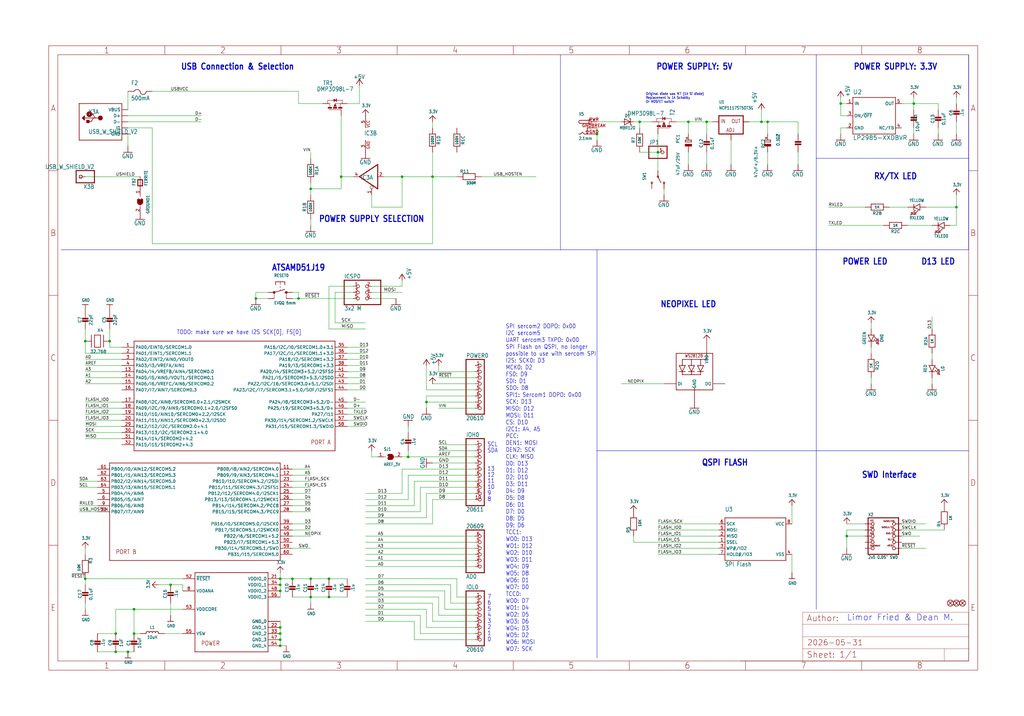
<source format=kicad_sch>
(kicad_sch (version 20230121) (generator eeschema)
  (paper "User" 426.949 298.602)
  (junction (at 116.84 241.3))
  (junction (at 116.84 266.7))
  (junction (at 294.64 50.8))
  (junction (at 137.16 248.92))
  (junction (at 116.84 246.38))
  (junction (at 116.84 261.62))
  (junction (at 53.34 271.78))
  (junction (at 167.64 73.66))
  (junction (at 35.56 142.24))
  (junction (at 55.88 264.16))
  (junction (at 48.26 271.78))
  (junction (at 129.54 241.3))
  (junction (at 35.56 241.3))
  (junction (at 121.92 241.3))
  (junction (at 180.34 73.66))
  (junction (at 116.84 269.24))
  (junction (at 170.18 190.5))
  (junction (at 124.46 124.46))
  (junction (at 142.24 73.66))
  (junction (at 106.68 124.46))
  (junction (at 71.12 243.84))
  (junction (at 398.78 86.36))
  (junction (at 353.06 223.52))
  (junction (at 129.54 78.74))
  (junction (at 129.54 248.92))
  (junction (at 45.72 142.24))
  (junction (at 317.5 50.8))
  (junction (at 248.92 55.88))
  (junction (at 287.02 50.8))
  (junction (at 350.52 43.18))
  (junction (at 320.04 50.8))
  (junction (at 116.84 264.16))
  (junction (at 48.26 264.16))
  (junction (at 55.88 254))
  (junction (at 274.32 63.5))
  (junction (at 177.8 167.64))
  (junction (at 266.7 50.8))
  (junction (at 137.16 241.3))
  (junction (at 381 43.18))
  (junction (at 116.84 243.84))
  (wire (pts (xy 129.54 241.3) (xy 137.16 241.3)) (stroke (width 0.1524)))
  (wire (pts (xy 172.72 200.66) (xy 172.72 210.82)) (stroke (width 0.1524)))
  (wire (pts (xy 144.78 162.56) (xy 152.4 162.56)) (stroke (width 0.1524)))
  (wire (pts (xy 71.12 243.84) (xy 76.2 243.84)) (stroke (width 0.1524)))
  (wire (pts (xy 170.18 190.5) (xy 167.64 190.5)) (stroke (width 0.1524)))
  (wire (pts (xy 152.4 256.54) (xy 175.26 256.54)) (stroke (width 0.1524)))
  (polyline (pts (xy 403.86 187.96) (xy 340.36 187.96)) (stroke (width 0.1524) (type solid)))
  (wire (pts (xy 121.92 200.66) (xy 129.54 200.66)) (stroke (width 0.1524)))
  (wire (pts (xy 330.2 210.82) (xy 330.2 218.44)) (stroke (width 0.1524)))
  (wire (pts (xy 264.16 50.8) (xy 266.7 50.8)) (stroke (width 0.1524)))
  (wire (pts (xy 50.8 144.78) (xy 45.72 144.78)) (stroke (width 0.1524)))
  (wire (pts (xy 345.44 93.98) (xy 368.3 93.98)) (stroke (width 0.1524)))
  (wire (pts (xy 294.64 50.8) (xy 287.02 50.8)) (stroke (width 0.1524)))
  (wire (pts (xy 274.32 220.98) (xy 299.72 220.98)) (stroke (width 0.1524)))
  (wire (pts (xy 129.54 78.74) (xy 142.24 78.74)) (stroke (width 0.1524)))
  (wire (pts (xy 50.8 152.4) (xy 35.56 152.4)) (stroke (width 0.1524)))
  (polyline (pts (xy 340.36 22.86) (xy 340.36 66.04)) (stroke (width 0.1524) (type solid)))
  (wire (pts (xy 50.8 180.34) (xy 35.56 180.34)) (stroke (width 0.1524)))
  (wire (pts (xy 350.52 53.34) (xy 350.52 55.88)) (stroke (width 0.1524)))
  (wire (pts (xy 139.7 121.92) (xy 139.7 134.62)) (stroke (width 0.1524)))
  (wire (pts (xy 386.08 86.36) (xy 398.78 86.36)) (stroke (width 0.1524)))
  (wire (pts (xy 50.8 157.48) (xy 35.56 157.48)) (stroke (width 0.1524)))
  (wire (pts (xy 144.78 175.26) (xy 152.4 175.26)) (stroke (width 0.1524)))
  (wire (pts (xy 388.62 132.08) (xy 388.62 137.16)) (stroke (width 0.1524)))
  (wire (pts (xy 180.34 63.5) (xy 180.34 73.66)) (stroke (width 0.1524)))
  (wire (pts (xy 144.78 167.64) (xy 152.4 167.64)) (stroke (width 0.1524)))
  (wire (pts (xy 299.72 231.14) (xy 274.32 231.14)) (stroke (width 0.1524)))
  (wire (pts (xy 124.46 121.92) (xy 124.46 124.46)) (stroke (width 0.1524)))
  (wire (pts (xy 177.8 205.74) (xy 177.8 215.9)) (stroke (width 0.1524)))
  (polyline (pts (xy 340.36 104.14) (xy 403.86 104.14)) (stroke (width 0.1524) (type solid)))
  (wire (pts (xy 142.24 78.74) (xy 142.24 73.66)) (stroke (width 0.1524)))
  (wire (pts (xy 40.64 213.36) (xy 33.02 213.36)) (stroke (width 0.1524)))
  (wire (pts (xy 198.12 256.54) (xy 182.88 256.54)) (stroke (width 0.1524)))
  (wire (pts (xy 144.78 147.32) (xy 152.4 147.32)) (stroke (width 0.1524)))
  (wire (pts (xy 147.32 124.46) (xy 124.46 124.46)) (stroke (width 0.1524)))
  (wire (pts (xy 48.26 254) (xy 48.26 264.16)) (stroke (width 0.1524)))
  (wire (pts (xy 375.92 218.44) (xy 386.08 218.44)) (stroke (width 0.1524)))
  (wire (pts (xy 144.78 149.86) (xy 152.4 149.86)) (stroke (width 0.1524)))
  (wire (pts (xy 360.68 223.52) (xy 353.06 223.52)) (stroke (width 0.1524)))
  (wire (pts (xy 167.64 86.36) (xy 167.64 73.66)) (stroke (width 0.1524)))
  (wire (pts (xy 175.26 213.36) (xy 175.26 203.2)) (stroke (width 0.1524)))
  (wire (pts (xy 40.64 200.66) (xy 33.02 200.66)) (stroke (width 0.1524)))
  (wire (pts (xy 152.4 205.74) (xy 167.64 205.74)) (stroke (width 0.1524)))
  (wire (pts (xy 76.2 264.16) (xy 68.58 264.16)) (stroke (width 0.1524)))
  (wire (pts (xy 276.86 160.02) (xy 259.08 160.02)) (stroke (width 0.1524)))
  (wire (pts (xy 180.34 208.28) (xy 198.12 208.28)) (stroke (width 0.1524)))
  (wire (pts (xy 121.92 241.3) (xy 129.54 241.3)) (stroke (width 0.1524)))
  (wire (pts (xy 198.12 190.5) (xy 170.18 190.5)) (stroke (width 0.1524)))
  (wire (pts (xy 35.56 243.84) (xy 35.56 241.3)) (stroke (width 0.1524)))
  (wire (pts (xy 121.92 121.92) (xy 124.46 121.92)) (stroke (width 0.1524)))
  (polyline (pts (xy 403.86 22.86) (xy 403.86 66.04)) (stroke (width 0.1524) (type solid)))
  (wire (pts (xy 350.52 40.64) (xy 350.52 43.18)) (stroke (width 0.1524)))
  (wire (pts (xy 116.84 243.84) (xy 116.84 241.3)) (stroke (width 0.1524)))
  (wire (pts (xy 129.54 251.46) (xy 129.54 248.92)) (stroke (width 0.1524)))
  (wire (pts (xy 264.16 223.52) (xy 264.16 226.06)) (stroke (width 0.1524)))
  (wire (pts (xy 170.18 198.12) (xy 198.12 198.12)) (stroke (width 0.1524)))
  (wire (pts (xy 299.72 218.44) (xy 274.32 218.44)) (stroke (width 0.1524)))
  (wire (pts (xy 48.26 271.78) (xy 40.64 271.78)) (stroke (width 0.1524)))
  (wire (pts (xy 154.94 190.5) (xy 154.94 187.96)) (stroke (width 0.1524)))
  (wire (pts (xy 48.26 271.78) (xy 53.34 271.78)) (stroke (width 0.1524)))
  (wire (pts (xy 198.12 251.46) (xy 187.96 251.46)) (stroke (width 0.1524)))
  (wire (pts (xy 180.34 251.46) (xy 180.34 259.08)) (stroke (width 0.1524)))
  (wire (pts (xy 266.7 53.34) (xy 266.7 50.8)) (stroke (width 0.1524)))
  (wire (pts (xy 185.42 246.38) (xy 185.42 254)) (stroke (width 0.1524)))
  (wire (pts (xy 182.88 154.94) (xy 198.12 154.94)) (stroke (width 0.1524)))
  (wire (pts (xy 198.12 185.42) (xy 182.88 185.42)) (stroke (width 0.1524)))
  (wire (pts (xy 170.18 180.34) (xy 170.18 177.8)) (stroke (width 0.1524)))
  (wire (pts (xy 121.92 220.98) (xy 129.54 220.98)) (stroke (width 0.1524)))
  (wire (pts (xy 320.04 50.8) (xy 320.04 55.88)) (stroke (width 0.1524)))
  (wire (pts (xy 58.42 264.16) (xy 55.88 264.16)) (stroke (width 0.1524)))
  (wire (pts (xy 180.34 53.34) (xy 180.34 50.8)) (stroke (width 0.1524)))
  (wire (pts (xy 144.78 160.02) (xy 152.4 160.02)) (stroke (width 0.1524)))
  (wire (pts (xy 198.12 200.66) (xy 172.72 200.66)) (stroke (width 0.1524)))
  (wire (pts (xy 106.68 121.92) (xy 106.68 124.46)) (stroke (width 0.1524)))
  (wire (pts (xy 129.54 66.04) (xy 129.54 63.5)) (stroke (width 0.1524)))
  (wire (pts (xy 121.92 228.6) (xy 129.54 228.6)) (stroke (width 0.1524)))
  (wire (pts (xy 35.56 73.66) (xy 58.42 73.66)) (stroke (width 0.1524)))
  (wire (pts (xy 144.78 144.78) (xy 152.4 144.78)) (stroke (width 0.1524)))
  (wire (pts (xy 182.88 170.18) (xy 198.12 170.18)) (stroke (width 0.1524)))
  (wire (pts (xy 121.92 198.12) (xy 129.54 198.12)) (stroke (width 0.1524)))
  (wire (pts (xy 121.92 218.44) (xy 129.54 218.44)) (stroke (width 0.1524)))
  (wire (pts (xy 198.12 261.62) (xy 177.8 261.62)) (stroke (width 0.1524)))
  (wire (pts (xy 144.78 154.94) (xy 152.4 154.94)) (stroke (width 0.1524)))
  (polyline (pts (xy 340.36 187.96) (xy 340.36 254)) (stroke (width 0.1524) (type solid)))
  (wire (pts (xy 223.52 73.66) (xy 200.66 73.66)) (stroke (width 0.1524)))
  (wire (pts (xy 177.8 215.9) (xy 152.4 215.9)) (stroke (width 0.1524)))
  (wire (pts (xy 147.32 121.92) (xy 139.7 121.92)) (stroke (width 0.1524)))
  (wire (pts (xy 360.68 218.44) (xy 353.06 218.44)) (stroke (width 0.1524)))
  (wire (pts (xy 182.88 256.54) (xy 182.88 248.92)) (stroke (width 0.1524)))
  (wire (pts (xy 182.88 248.92) (xy 152.4 248.92)) (stroke (width 0.1524)))
  (wire (pts (xy 177.8 167.64) (xy 177.8 170.18)) (stroke (width 0.1524)))
  (wire (pts (xy 317.5 45.72) (xy 317.5 50.8)) (stroke (width 0.1524)))
  (polyline (pts (xy 340.36 66.04) (xy 340.36 104.14)) (stroke (width 0.1524) (type solid)))
  (wire (pts (xy 53.34 50.8) (xy 83.82 50.8)) (stroke (width 0.1524)))
  (wire (pts (xy 50.8 160.02) (xy 35.56 160.02)) (stroke (width 0.1524)))
  (wire (pts (xy 116.84 261.62) (xy 116.84 264.16)) (stroke (width 0.1524)))
  (wire (pts (xy 353.06 223.52) (xy 353.06 228.6)) (stroke (width 0.1524)))
  (wire (pts (xy 198.12 160.02) (xy 180.34 160.02)) (stroke (width 0.1524)))
  (wire (pts (xy 76.2 243.84) (xy 76.2 246.38)) (stroke (width 0.1524)))
  (wire (pts (xy 147.32 119.38) (xy 137.16 119.38)) (stroke (width 0.1524)))
  (wire (pts (xy 177.8 152.4) (xy 177.8 162.56)) (stroke (width 0.1524)))
  (wire (pts (xy 198.12 205.74) (xy 177.8 205.74)) (stroke (width 0.1524)))
  (wire (pts (xy 167.64 195.58) (xy 198.12 195.58)) (stroke (width 0.1524)))
  (wire (pts (xy 375.92 223.52) (xy 383.54 223.52)) (stroke (width 0.1524)))
  (wire (pts (xy 381 43.18) (xy 391.16 43.18)) (stroke (width 0.1524)))
  (wire (pts (xy 393.7 220.98) (xy 375.92 220.98)) (stroke (width 0.1524)))
  (wire (pts (xy 63.5 53.34) (xy 63.5 101.6)) (stroke (width 0.1524)))
  (wire (pts (xy 248.92 50.8) (xy 259.08 50.8)) (stroke (width 0.1524)))
  (wire (pts (xy 198.12 236.22) (xy 152.4 236.22)) (stroke (width 0.1524)))
  (wire (pts (xy 129.54 78.74) (xy 129.54 76.2)) (stroke (width 0.1524)))
  (wire (pts (xy 144.78 157.48) (xy 152.4 157.48)) (stroke (width 0.1524)))
  (wire (pts (xy 45.72 137.16) (xy 45.72 142.24)) (stroke (width 0.1524)))
  (wire (pts (xy 391.16 43.18) (xy 391.16 45.72)) (stroke (width 0.1524)))
  (wire (pts (xy 76.2 241.3) (xy 35.56 241.3)) (stroke (width 0.1524)))
  (wire (pts (xy 116.84 248.92) (xy 116.84 246.38)) (stroke (width 0.1524)))
  (wire (pts (xy 294.64 63.5) (xy 294.64 68.58)) (stroke (width 0.1524)))
  (wire (pts (xy 264.16 226.06) (xy 299.72 226.06)) (stroke (width 0.1524)))
  (wire (pts (xy 353.06 48.26) (xy 350.52 48.26)) (stroke (width 0.1524)))
  (wire (pts (xy 144.78 152.4) (xy 152.4 152.4)) (stroke (width 0.1524)))
  (wire (pts (xy 147.32 73.66) (xy 142.24 73.66)) (stroke (width 0.1524)))
  (wire (pts (xy 116.84 241.3) (xy 121.92 241.3)) (stroke (width 0.1524)))
  (wire (pts (xy 35.56 254) (xy 35.56 251.46)) (stroke (width 0.1524)))
  (wire (pts (xy 332.74 50.8) (xy 332.74 55.88)) (stroke (width 0.1524)))
  (wire (pts (xy 381 40.64) (xy 381 43.18)) (stroke (width 0.1524)))
  (wire (pts (xy 160.02 73.66) (xy 167.64 73.66)) (stroke (width 0.1524)))
  (polyline (pts (xy 248.92 187.96) (xy 248.92 104.14)) (stroke (width 0.1524) (type solid)))
  (wire (pts (xy 152.4 241.3) (xy 190.5 241.3)) (stroke (width 0.1524)))
  (wire (pts (xy 152.4 246.38) (xy 185.42 246.38)) (stroke (width 0.1524)))
  (wire (pts (xy 177.8 261.62) (xy 177.8 254)) (stroke (width 0.1524)))
  (wire (pts (xy 144.78 43.18) (xy 149.86 43.18)) (stroke (width 0.1524)))
  (wire (pts (xy 350.52 48.26) (xy 350.52 43.18)) (stroke (width 0.1524)))
  (wire (pts (xy 124.46 43.18) (xy 134.62 43.18)) (stroke (width 0.1524)))
  (wire (pts (xy 175.26 264.16) (xy 198.12 264.16)) (stroke (width 0.1524)))
  (wire (pts (xy 129.54 81.28) (xy 129.54 78.74)) (stroke (width 0.1524)))
  (wire (pts (xy 119.38 269.24) (xy 116.84 269.24)) (stroke (width 0.1524)))
  (wire (pts (xy 198.12 226.06) (xy 152.4 226.06)) (stroke (width 0.1524)))
  (wire (pts (xy 50.8 149.86) (xy 35.56 149.86)) (stroke (width 0.1524)))
  (wire (pts (xy 363.22 134.62) (xy 363.22 137.16)) (stroke (width 0.1524)))
  (wire (pts (xy 50.8 172.72) (xy 35.56 172.72)) (stroke (width 0.1524)))
  (wire (pts (xy 398.78 43.18) (xy 398.78 40.64)) (stroke (width 0.1524)))
  (wire (pts (xy 154.94 81.28) (xy 154.94 86.36)) (stroke (width 0.1524)))
  (wire (pts (xy 172.72 259.08) (xy 152.4 259.08)) (stroke (width 0.1524)))
  (wire (pts (xy 144.78 177.8) (xy 152.4 177.8)) (stroke (width 0.1524)))
  (wire (pts (xy 71.12 251.46) (xy 71.12 256.54)) (stroke (width 0.1524)))
  (wire (pts (xy 137.16 119.38) (xy 137.16 137.16)) (stroke (width 0.1524)))
  (wire (pts (xy 190.5 248.92) (xy 198.12 248.92)) (stroke (width 0.1524)))
  (wire (pts (xy 152.4 213.36) (xy 175.26 213.36)) (stroke (width 0.1524)))
  (wire (pts (xy 139.7 134.62) (xy 152.4 134.62)) (stroke (width 0.1524)))
  (polyline (pts (xy 340.36 104.14) (xy 340.36 187.96)) (stroke (width 0.1524) (type solid)))
  (wire (pts (xy 180.34 101.6) (xy 180.34 73.66)) (stroke (width 0.1524)))
  (wire (pts (xy 304.8 68.58) (xy 304.8 58.42)) (stroke (width 0.1524)))
  (wire (pts (xy 154.94 86.36) (xy 167.64 86.36)) (stroke (width 0.1524)))
  (wire (pts (xy 172.72 210.82) (xy 152.4 210.82)) (stroke (width 0.1524)))
  (wire (pts (xy 388.62 147.32) (xy 388.62 149.86)) (stroke (width 0.1524)))
  (wire (pts (xy 154.94 121.92) (xy 167.64 121.92)) (stroke (width 0.1524)))
  (wire (pts (xy 121.92 124.46) (xy 124.46 124.46)) (stroke (width 0.1524)))
  (wire (pts (xy 353.06 220.98) (xy 353.06 223.52)) (stroke (width 0.1524)))
  (wire (pts (xy 248.92 55.88) (xy 248.92 58.42)) (stroke (width 0.1524)))
  (wire (pts (xy 55.88 254) (xy 48.26 254)) (stroke (width 0.1524)))
  (wire (pts (xy 360.68 86.36) (xy 345.44 86.36)) (stroke (width 0.1524)))
  (wire (pts (xy 152.4 223.52) (xy 198.12 223.52)) (stroke (width 0.1524)))
  (wire (pts (xy 182.88 152.4) (xy 182.88 154.94)) (stroke (width 0.1524)))
  (wire (pts (xy 170.18 187.96) (xy 170.18 190.5)) (stroke (width 0.1524)))
  (wire (pts (xy 50.8 147.32) (xy 35.56 147.32)) (stroke (width 0.1524)))
  (wire (pts (xy 177.8 165.1) (xy 177.8 167.64)) (stroke (width 0.1524)))
  (wire (pts (xy 198.12 167.64) (xy 177.8 167.64)) (stroke (width 0.1524)))
  (wire (pts (xy 312.42 50.8) (xy 317.5 50.8)) (stroke (width 0.1524)))
  (wire (pts (xy 175.26 203.2) (xy 198.12 203.2)) (stroke (width 0.1524)))
  (wire (pts (xy 175.26 256.54) (xy 175.26 264.16)) (stroke (width 0.1524)))
  (wire (pts (xy 165.1 124.46) (xy 154.94 124.46)) (stroke (width 0.1524)))
  (wire (pts (xy 116.84 238.76) (xy 116.84 241.3)) (stroke (width 0.1524)))
  (wire (pts (xy 187.96 243.84) (xy 152.4 243.84)) (stroke (width 0.1524)))
  (wire (pts (xy 317.5 50.8) (xy 320.04 50.8)) (stroke (width 0.1524)))
  (wire (pts (xy 370.84 86.36) (xy 378.46 86.36)) (stroke (width 0.1524)))
  (wire (pts (xy 144.78 241.3) (xy 137.16 241.3)) (stroke (width 0.1524)))
  (wire (pts (xy 111.76 124.46) (xy 106.68 124.46)) (stroke (width 0.1524)))
  (wire (pts (xy 198.12 266.7) (xy 172.72 266.7)) (stroke (width 0.1524)))
  (wire (pts (xy 121.92 195.58) (xy 129.54 195.58)) (stroke (width 0.1524)))
  (wire (pts (xy 50.8 170.18) (xy 35.56 170.18)) (stroke (width 0.1524)))
  (wire (pts (xy 121.92 205.74) (xy 129.54 205.74)) (stroke (width 0.1524)))
  (wire (pts (xy 50.8 182.88) (xy 35.56 182.88)) (stroke (width 0.1524)))
  (wire (pts (xy 363.22 147.32) (xy 363.22 144.78)) (stroke (width 0.1524)))
  (wire (pts (xy 167.64 116.84) (xy 167.64 119.38)) (stroke (width 0.1524)))
  (wire (pts (xy 198.12 162.56) (xy 177.8 162.56)) (stroke (width 0.1524)))
  (wire (pts (xy 167.64 73.66) (xy 180.34 73.66)) (stroke (width 0.1524)))
  (wire (pts (xy 274.32 63.5) (xy 274.32 55.88)) (stroke (width 0.1524)))
  (wire (pts (xy 350.52 43.18) (xy 353.06 43.18)) (stroke (width 0.1524)))
  (wire (pts (xy 187.96 251.46) (xy 187.96 243.84)) (stroke (width 0.1524)))
  (wire (pts (xy 177.8 254) (xy 152.4 254)) (stroke (width 0.1524)))
  (polyline (pts (xy 25.4 104.14) (xy 233.68 104.14)) (stroke (width 0.1524) (type solid)))
  (wire (pts (xy 63.5 38.1) (xy 124.46 38.1)) (stroke (width 0.1524)))
  (wire (pts (xy 55.88 254) (xy 55.88 264.16)) (stroke (width 0.1524)))
  (polyline (pts (xy 340.36 187.96) (xy 248.92 187.96)) (stroke (width 0.1524) (type solid)))
  (wire (pts (xy 53.34 48.26) (xy 83.82 48.26)) (stroke (width 0.1524)))
  (wire (pts (xy 121.92 203.2) (xy 129.54 203.2)) (stroke (width 0.1524)))
  (wire (pts (xy 198.12 193.04) (xy 180.34 193.04)) (stroke (width 0.1524)))
  (wire (pts (xy 142.24 48.26) (xy 142.24 73.66)) (stroke (width 0.1524)))
  (wire (pts (xy 396.24 93.98) (xy 398.78 93.98)) (stroke (width 0.1524)))
  (wire (pts (xy 111.76 121.92) (xy 106.68 121.92)) (stroke (width 0.1524)))
  (wire (pts (xy 66.04 243.84) (xy 71.12 243.84)) (stroke (width 0.1524)))
  (wire (pts (xy 198.12 165.1) (xy 177.8 165.1)) (stroke (width 0.1524)))
  (wire (pts (xy 50.8 167.64) (xy 35.56 167.64)) (stroke (width 0.1524)))
  (wire (pts (xy 50.8 175.26) (xy 35.56 175.26)) (stroke (width 0.1524)))
  (polyline (pts (xy 248.92 104.14) (xy 233.68 104.14)) (stroke (width 0.1524) (type solid)))
  (wire (pts (xy 287.02 55.88) (xy 287.02 50.8)) (stroke (width 0.1524)))
  (wire (pts (xy 198.12 231.14) (xy 152.4 231.14)) (stroke (width 0.1524)))
  (wire (pts (xy 274.32 63.5) (xy 274.32 71.12)) (stroke (width 0.1524)))
  (wire (pts (xy 170.18 208.28) (xy 152.4 208.28)) (stroke (width 0.1524)))
  (wire (pts (xy 320.04 50.8) (xy 332.74 50.8)) (stroke (width 0.1524)))
  (wire (pts (xy 50.8 177.8) (xy 35.56 177.8)) (stroke (width 0.1524)))
  (wire (pts (xy 281.94 50.8) (xy 287.02 50.8)) (stroke (width 0.1524)))
  (wire (pts (xy 299.72 228.6) (xy 274.32 228.6)) (stroke (width 0.1524)))
  (wire (pts (xy 294.64 50.8) (xy 294.64 55.88)) (stroke (width 0.1524)))
  (polyline (pts (xy 403.86 66.04) (xy 403.86 104.14)) (stroke (width 0.1524) (type solid)))
  (wire (pts (xy 180.34 259.08) (xy 198.12 259.08)) (stroke (width 0.1524)))
  (wire (pts (xy 375.92 43.18) (xy 381 43.18)) (stroke (width 0.1524)))
  (wire (pts (xy 45.72 144.78) (xy 45.72 142.24)) (stroke (width 0.1524)))
  (wire (pts (xy 129.54 248.92) (xy 137.16 248.92)) (stroke (width 0.1524)))
  (wire (pts (xy 198.12 187.96) (xy 182.88 187.96)) (stroke (width 0.1524)))
  (wire (pts (xy 50.8 154.94) (xy 35.56 154.94)) (stroke (width 0.1524)))
  (wire (pts (xy 137.16 248.92) (xy 144.78 248.92)) (stroke (width 0.1524)))
  (wire (pts (xy 353.06 53.34) (xy 350.52 53.34)) (stroke (width 0.1524)))
  (polyline (pts (xy 340.36 104.14) (xy 248.92 104.14)) (stroke (width 0.1524) (type solid)))
  (wire (pts (xy 116.84 246.38) (xy 116.84 243.84)) (stroke (width 0.1524)))
  (wire (pts (xy 53.34 53.34) (xy 63.5 53.34)) (stroke (width 0.1524)))
  (wire (pts (xy 375.92 228.6) (xy 386.08 228.6)) (stroke (width 0.1524)))
  (wire (pts (xy 53.34 55.88) (xy 53.34 60.96)) (stroke (width 0.1524)))
  (wire (pts (xy 116.84 264.16) (xy 116.84 266.7)) (stroke (width 0.1524)))
  (wire (pts (xy 63.5 101.6) (xy 180.34 101.6)) (stroke (width 0.1524)))
  (wire (pts (xy 121.92 213.36) (xy 129.54 213.36)) (stroke (width 0.1524)))
  (wire (pts (xy 378.46 93.98) (xy 388.62 93.98)) (stroke (width 0.1524)))
  (wire (pts (xy 40.64 203.2) (xy 33.02 203.2)) (stroke (width 0.1524)))
  (wire (pts (xy 266.7 50.8) (xy 271.78 50.8)) (stroke (width 0.1524)))
  (wire (pts (xy 190.5 241.3) (xy 190.5 248.92)) (stroke (width 0.1524)))
  (wire (pts (xy 248.92 53.34) (xy 248.92 55.88)) (stroke (width 0.1524)))
  (wire (pts (xy 76.2 254) (xy 55.88 254)) (stroke (width 0.1524)))
  (wire (pts (xy 381 53.34) (xy 381 55.88)) (stroke (width 0.1524)))
  (wire (pts (xy 360.68 220.98) (xy 353.06 220.98)) (stroke (width 0.1524)))
  (wire (pts (xy 152.4 228.6) (xy 198.12 228.6)) (stroke (width 0.1524)))
  (wire (pts (xy 398.78 86.36) (xy 398.78 81.28)) (stroke (width 0.1524)))
  (wire (pts (xy 185.42 254) (xy 198.12 254)) (stroke (width 0.1524)))
  (wire (pts (xy 363.22 157.48) (xy 363.22 160.02)) (stroke (width 0.1524)))
  (polyline (pts (xy 233.68 104.14) (xy 233.68 22.86)) (stroke (width 0.1524) (type solid)))
  (wire (pts (xy 167.64 119.38) (xy 154.94 119.38)) (stroke (width 0.1524)))
  (wire (pts (xy 330.2 238.76) (xy 330.2 231.14)) (stroke (width 0.1524)))
  (wire (pts (xy 299.72 223.52) (xy 274.32 223.52)) (stroke (width 0.1524)))
  (polyline (pts (xy 340.36 66.04) (xy 403.86 66.04)) (stroke (width 0.1524) (type solid)))
  (wire (pts (xy 121.92 208.28) (xy 129.54 208.28)) (stroke (width 0.1524)))
  (wire (pts (xy 398.78 50.8) (xy 398.78 55.88)) (stroke (width 0.1524)))
  (wire (pts (xy 180.34 73.66) (xy 190.5 73.66)) (stroke (width 0.1524)))
  (wire (pts (xy 116.84 266.7) (xy 116.84 269.24)) (stroke (width 0.1524)))
  (wire (pts (xy 35.56 228.6) (xy 35.56 231.14)) (stroke (width 0.1524)))
  (wire (pts (xy 144.78 172.72) (xy 152.4 172.72)) (stroke (width 0.1524)))
  (wire (pts (xy 53.34 38.1) (xy 53.34 45.72)) (stroke (width 0.1524)))
  (wire (pts (xy 124.46 38.1) (xy 124.46 43.18)) (stroke (width 0.1524)))
  (wire (pts (xy 381 43.18) (xy 381 45.72)) (stroke (width 0.1524)))
  (wire (pts (xy 297.18 50.8) (xy 294.64 50.8)) (stroke (width 0.1524)))
  (wire (pts (xy 121.92 223.52) (xy 129.54 223.52)) (stroke (width 0.1524)))
  (wire (pts (xy 391.16 53.34) (xy 391.16 55.88)) (stroke (width 0.1524)))
  (wire (pts (xy 116.84 259.08) (xy 116.84 261.62)) (stroke (width 0.1524)))
  (wire (pts (xy 398.78 93.98) (xy 398.78 86.36)) (stroke (width 0.1524)))
  (wire (pts (xy 182.88 157.48) (xy 198.12 157.48)) (stroke (width 0.1524)))
  (wire (pts (xy 152.4 218.44) (xy 180.34 218.44)) (stroke (width 0.1524)))
  (wire (pts (xy 274.32 63.5) (xy 266.7 63.5)) (stroke (width 0.1524)))
  (wire (pts (xy 152.4 233.68) (xy 198.12 233.68)) (stroke (width 0.1524)))
  (wire (pts (xy 170.18 208.28) (xy 170.18 198.12)) (stroke (width 0.1524)))
  (wire (pts (xy 144.78 170.18) (xy 152.4 170.18)) (stroke (width 0.1524)))
  (wire (pts (xy 149.86 43.18) (xy 149.86 35.56)) (stroke (width 0.1524)))
  (wire (pts (xy 332.74 63.5) (xy 332.74 68.58)) (stroke (width 0.1524)))
  (wire (pts (xy 276.86 78.74) (xy 276.86 81.28)) (stroke (width 0.1524)))
  (wire (pts (xy 40.64 264.16) (xy 48.26 264.16)) (stroke (width 0.1524)))
  (wire (pts (xy 35.56 147.32) (xy 35.56 142.24)) (stroke (width 0.1524)))
  (wire (pts (xy 287.02 68.58) (xy 287.02 63.5)) (stroke (width 0.1524)))
  (wire (pts (xy 167.64 205.74) (xy 167.64 195.58)) (stroke (width 0.1524)))
  (wire (pts (xy 40.64 210.82) (xy 33.02 210.82)) (stroke (width 0.1524)))
  (wire (pts (xy 172.72 266.7) (xy 172.72 259.08)) (stroke (width 0.1524)))
  (polyline (pts (xy 248.92 274.32) (xy 248.92 187.96)) (stroke (width 0.1524) (type solid)))
  (wire (pts (xy 121.92 210.82) (xy 129.54 210.82)) (stroke (width 0.1524)))
  (wire (pts (xy 55.88 271.78) (xy 53.34 271.78)) (stroke (width 0.1524)))
  (wire (pts (xy 129.54 93.98) (xy 129.54 91.44)) (stroke (width 0.1524)))
  (wire (pts (xy 121.92 248.92) (xy 129.54 248.92)) (stroke (width 0.1524)))
  (wire (pts (xy 152.4 251.46) (xy 180.34 251.46)) (stroke (width 0.1524)))
  (wire (pts (xy 388.62 160.02) (xy 388.62 157.48)) (stroke (width 0.1524)))
  (wire (pts (xy 180.34 218.44) (xy 180.34 208.28)) (stroke (width 0.1524)))
  (wire (pts (xy 137.16 137.16) (xy 152.4 137.16)) (stroke (width 0.1524)))
  (wire (pts (xy 35.56 142.24) (xy 35.56 137.16)) (stroke (width 0.1524)))
  (wire (pts (xy 157.48 190.5) (xy 154.94 190.5)) (stroke (width 0.1524)))
  (wire (pts (xy 320.04 63.5) (xy 320.04 68.58)) (stroke (width 0.1524)))
  (text "4" (at 203.2 256.54 0) (effects (font (size 1.778 1.5113)) (justify left)))
  (text "TODO: make sure we have I2S SCK[0], FS[0]" (at 73.66 139.7 0) (effects (font (size 1.778 1.5113)) (justify left bottom)))
  (text "0" (at 203.2 266.7 0) (effects (font (size 1.778 1.5113)) (justify left)))
  (text "USB Connection & Selection" (at 99.06 27.94 0) (effects (font (size 2.54 2.159) (thickness 0.4318) bold)))
  (text "Limor Fried & Dean M." (at 353.06 259.08 0) (effects (font (size 2.54 2.54)) (justify left bottom)))
  (text "SDA" (at 203.2 187.96 0) (effects (font (size 1.778 1.5113)) (justify left)))
  (text "POWER SUPPLY SELECTION" (at 154.94 91.44 0) (effects (font (size 2.54 2.159) (thickness 0.4318) bold)))
  (text "SPI sercom2 DOPO: 0x00\nI2C sercom5\nUART sercom3 TXPO: 0x00\nSPI Flash on QSPI, no longer\npossible to use with sercom SPI\nI2S: SCK0: D3\nMCK0: D2\nFS0: D9\nSDI: D1\nSDO: D8\nSPI1: Sercom1 DOPO: 0x00\nSCK: D13\nMISO: D12\nMOSI: D11\nCS: D10\nI2C1: A4, A5\nPCC:\nDEN1: MOSI\nDEN2: SCK\nCLK: MISO\nD0: D13\nD1: D12\nD2: D10\nD3: D11\nD4: D9\nD5: D8\nD6: D1\nD7: D0\nD8: D5\nD9: D6\nTCC1:\nWO0: D13\nWO1: D12\nWO2: D10\nWO3: D11\nWO4: D9\nWO5: D8\nWO6: D1\nWO7: D0\nTCC0:\nWO0: D7\nWO1: D4\nWO2: D5\nWO3: D6\nWO4: D3\nWO5: D2\nWO6: MOSI\nWO7: SCK\n" (at 210.82 271.78 0) (effects (font (size 1.778 1.5113)) (justify left bottom)))
  (text "8" (at 203.2 208.28 0) (effects (font (size 1.778 1.5113)) (justify left)))
  (text "2" (at 203.2 261.62 0) (effects (font (size 1.778 1.5113)) (justify left)))
  (text "POWER SUPPLY: 3.3V" (at 373.38 27.94 0) (effects (font (size 2.54 2.159) (thickness 0.4318) bold)))
  (text "NEOPIXEL LED" (at 287.02 127 0) (effects (font (size 2.54 2.159) (thickness 0.4318) bold)))
  (text "SWD Interface" (at 370.84 198.12 0) (effects (font (size 2.54 2.159) (thickness 0.4318) bold)))
  (text "13" (at 203.2 195.58 0) (effects (font (size 1.778 1.5113)) (justify left)))
  (text "9" (at 203.2 205.74 0) (effects (font (size 1.778 1.5113)) (justify left)))
  (text "SCL" (at 203.2 185.42 0) (effects (font (size 1.778 1.5113)) (justify left)))
  (text "6" (at 203.2 251.46 0) (effects (font (size 1.778 1.5113)) (justify left)))
  (text "D13 LED" (at 391.16 109.22 0) (effects (font (size 2.54 2.159) (thickness 0.4318) bold)))
  (text "1" (at 203.2 264.16 0) (effects (font (size 1.778 1.5113)) (justify left)))
  (text "11" (at 203.2 200.66 0) (effects (font (size 1.778 1.5113)) (justify left)))
  (text "ATSAMD51J19" (at 124.46 111.76 0) (effects (font (size 2.54 2.159) (thickness 0.4318) bold)))
  (text "QSPI FLASH" (at 302.26 193.04 0) (effects (font (size 2.54 2.159) (thickness 0.4318) bold)))
  (text "POWER LED" (at 360.68 109.22 0) (effects (font (size 2.54 2.159) (thickness 0.4318) bold)))
  (text "RX/TX LED" (at 373.38 73.66 0) (effects (font (size 2.54 2.159) (thickness 0.4318) bold)))
  (text "POWER SUPPLY: 5V" (at 289.56 27.94 0) (effects (font (size 2.54 2.159) (thickness 0.4318) bold)))
  (text "12" (at 203.2 198.12 0) (effects (font (size 1.778 1.5113)) (justify left)))
  (text "5" (at 203.2 254 0) (effects (font (size 1.778 1.5113)) (justify left)))
  (text "10" (at 203.2 203.2 0) (effects (font (size 1.778 1.5113)) (justify left)))
  (text "3" (at 203.2 259.08 0) (effects (font (size 1.778 1.5113)) (justify left)))
  (text "7" (at 203.2 248.92 0) (effects (font (size 1.778 1.5113)) (justify left)))
  (text "Original diode was M7 (1A Si diode)\nReplacement is 1A Schottky\nOr MOSFET switch" (at 269.24 43.18 0) (effects (font (size 1.016 0.8636)) (justify left bottom)))
  (label "FLASH_IO3" (at 35.56 175.26 0) (effects (font (size 1.2446 1.2446))))
  (label "SCL" (at 33.02 203.2 0) (effects (font (size 1.2446 1.2446))))
  (label "D2" (at 157.48 254 0) (effects (font (size 1.2446 1.2446))))
  (label "USB_HOSTEN" (at 205.74 73.66 0) (effects (font (size 1.2446 1.2446))))
  (label "A2" (at 157.48 231.14 0) (effects (font (size 1.2446 1.2446))))
  (label "RXLED" (at 345.44 86.36 0) (effects (font (size 1.2446 1.2446))))
  (label "FLASH_SCK" (at 127 200.66 0) (effects (font (size 1.2446 1.2446))))
  (label "A0" (at 157.48 236.22 0) (effects (font (size 1.2446 1.2446))))
  (label "D13" (at 157.48 205.74 0) (effects (font (size 1.2446 1.2446))))
  (label "D13" (at 182.88 195.58 0) (effects (font (size 1.3513 1.3513))))
  (label "SCK" (at 35.56 180.34 0) (effects (font (size 1.2446 1.2446))))
  (label "D8" (at 149.86 157.48 0) (effects (font (size 1.2446 1.2446))))
  (label "USHIELD" (at 48.26 73.66 0) (effects (font (size 1.2446 1.2446))))
  (label "D6" (at 127 213.36 0) (effects (font (size 1.2446 1.2446))))
  (label "MOSI" (at 160.02 121.92 0) (effects (font (size 1.3513 1.3513))))
  (label "~{RESET}" (at 35.56 241.3 180) (effects (font (size 1.2446 1.2446))))
  (label "NEOPIX" (at 261.62 160.02 0) (effects (font (size 1.2446 1.2446))))
  (label "D6" (at 157.48 243.84 0) (effects (font (size 1.2446 1.2446))))
  (label "FLASH_CS" (at 127 203.2 0) (effects (font (size 1.2446 1.2446))))
  (label "FLASH_IO0" (at 35.56 167.64 0) (effects (font (size 1.2446 1.2446))))
  (label "D9" (at 149.86 154.94 0) (effects (font (size 1.2446 1.2446))))
  (label "SWO" (at 124.46 228.6 0) (effects (font (size 1.2446 1.2446))))
  (label "FLASH_IO1" (at 35.56 170.18 0) (effects (font (size 1.2446 1.2446))))
  (label "A3" (at 35.56 154.94 0) (effects (font (size 1.2446 1.2446))))
  (label "MISO" (at 35.56 182.88 0) (effects (font (size 1.2446 1.2446))))
  (label "AREF" (at 182.88 190.5 0) (effects (font (size 1.3513 1.3513))))
  (label "MOSI" (at 35.56 177.8 0) (effects (font (size 1.2446 1.2446))))
  (label "D2" (at 127 220.98 0) (effects (font (size 1.2446 1.2446))))
  (label "A4" (at 127 195.58 0) (effects (font (size 1.2446 1.2446))))
  (label "RXLED" (at 33.02 210.82 0) (effects (font (size 1.2446 1.2446))))
  (label "D1" (at 157.48 256.54 0) (effects (font (size 1.2446 1.2446))))
  (label "SWCLK" (at 375.92 220.98 0) (effects (font (size 1.2446 1.2446))))
  (label "FLASH_IO2" (at 274.32 228.6 0) (effects (font (size 1.2446 1.2446))))
  (label "D13" (at 149.86 144.78 0) (effects (font (size 1.2446 1.2446))))
  (label "D9" (at 182.88 205.74 0) (effects (font (size 1.3513 1.3513))))
  (label "VIN" (at 129.54 63.5 180) (effects (font (size 1.2446 1.2446))))
  (label "VIN" (at 289.56 50.8 0) (effects (font (size 1.2446 1.2446))))
  (label "SWDIO" (at 147.32 177.8 0) (effects (font (size 1.2446 1.2446))))
  (label "A5" (at 127 198.12 0) (effects (font (size 1.2446 1.2446))))
  (label "D-" (at 147.32 167.64 0) (effects (font (size 1.2446 1.2446))))
  (label "AREF" (at 35.56 152.4 0) (effects (font (size 1.2446 1.2446))))
  (label "USB_HOSTEN" (at 33.02 213.36 0) (effects (font (size 1.2446 1.2446))))
  (label "SDA" (at 33.02 200.66 0) (effects (font (size 1.2446 1.2446))))
  (label "A1" (at 35.56 157.48 0) (effects (font (size 1.2446 1.2446))))
  (label "~{RESET}" (at 375.92 228.6 0) (effects (font (size 1.2446 1.2446))))
  (label "SWO" (at 375.92 223.52 0) (effects (font (size 1.2446 1.2446))))
  (label "D7" (at 157.48 241.3 0) (effects (font (size 1.2446 1.2446))))
  (label "D12" (at 157.48 208.28 0) (effects (font (size 1.2446 1.2446))))
  (label "SDA" (at 182.88 187.96 0) (effects (font (size 1.2446 1.2446))))
  (label "D0" (at 157.48 259.08 0) (effects (font (size 1.2446 1.2446))))
  (label "GND" (at 182.88 193.04 0) (effects (font (size 1.3513 1.3513))))
  (label "D11" (at 182.88 200.66 0) (effects (font (size 1.3513 1.3513))))
  (label "NEOPIX" (at 127 223.52 0) (effects (font (size 1.2446 1.2446))))
  (label "~{RESET}" (at 182.88 157.48 0) (effects (font (size 1.1735 1.1735))))
  (label "D+" (at 81.28 48.26 0) (effects (font (size 1.2446 1.2446))))
  (label "D9" (at 157.48 215.9 0) (effects (font (size 1.2446 1.2446))))
  (label "D3" (at 157.48 251.46 0) (effects (font (size 1.2446 1.2446))))
  (label "TXLED" (at 147.32 172.72 0) (effects (font (size 1.2446 1.2446))))
  (label "FLASH_IO0" (at 274.32 220.98 0) (effects (font (size 1.2446 1.2446))))
  (label "D11" (at 157.48 210.82 0) (effects (font (size 1.2446 1.2446))))
  (label "D12" (at 182.88 198.12 0) (effects (font (size 1.3513 1.3513))))
  (label "MISO" (at 142.24 137.16 0) (effects (font (size 1.3513 1.3513))))
  (label "FLASH_IO2" (at 35.56 172.72 0) (effects (font (size 1.2446 1.2446))))
  (label "D8" (at 182.88 208.28 0) (effects (font (size 1.3513 1.3513))))
  (label "D4" (at 127 208.28 0) (effects (font (size 1.2446 1.2446))))
  (label "D10" (at 182.88 203.2 0) (effects (font (size 1.3513 1.3513))))
  (label "SWDIO" (at 375.92 218.44 0) (effects (font (size 1.2446 1.2446))))
  (label "D8" (at 157.48 218.44 0) (effects (font (size 1.2446 1.2446))))
  (label "D10" (at 149.86 149.86 0) (effects (font (size 1.2446 1.2446))))
  (label "D13" (at 388.62 137.16 90) (effects (font (size 1.2446 1.2446))))
  (label "D11" (at 149.86 152.4 0) (effects (font (size 1.2446 1.2446))))
  (label "TXLED" (at 345.44 93.98 0) (effects (font (size 1.2446 1.2446))))
  (label "A3" (at 157.48 228.6 0) (effects (font (size 1.2446 1.2446))))
  (label "FLASH_IO3" (at 274.32 231.14 0) (effects (font (size 1.2446 1.2446))))
  (label "~{RESET}" (at 127 124.46 0) (effects (font (size 1.3513 1.3513))))
  (label "A2" (at 35.56 160.02 0) (effects (font (size 1.2446 1.2446))))
  (label "FLASH_CS" (at 274.32 226.06 0) (effects (font (size 1.2446 1.2446))))
  (label "A0" (at 35.56 149.86 0) (effects (font (size 1.2446 1.2446))))
  (label "D4" (at 157.48 248.92 0) (effects (font (size 1.2446 1.2446))))
  (label "VIN" (at 182.88 170.18 0) (effects (font (size 1.2446 1.2446))))
  (label "SCK" (at 142.24 134.62 0) (effects (font (size 1.3513 1.3513))))
  (label "FLASH_SCK" (at 274.32 218.44 0) (effects (font (size 1.2446 1.2446))))
  (label "D12" (at 149.86 147.32 0) (effects (font (size 1.2446 1.2446))))
  (label "D10" (at 157.48 213.36 0) (effects (font (size 1.2446 1.2446))))
  (label "USBVCC" (at 71.12 38.1 0) (effects (font (size 1.2446 1.2446))))
  (label "A4" (at 157.48 226.06 0) (effects (font (size 1.2446 1.2446))))
  (label "D0" (at 149.86 162.56 0) (effects (font (size 1.2446 1.2446))))
  (label "D5" (at 127 210.82 0) (effects (font (size 1.2446 1.2446))))
  (label "D7" (at 127 205.74 0) (effects (font (size 1.2446 1.2446))))
  (label "D1" (at 149.86 160.02 0) (effects (font (size 1.2446 1.2446))))
  (label "D5" (at 157.48 246.38 0) (effects (font (size 1.2446 1.2446))))
  (label "SCL" (at 182.88 185.42 0) (effects (font (size 1.2446 1.2446))))
  (label "A5" (at 157.48 223.52 0) (effects (font (size 1.2446 1.2446))))
  (label "FLASH_IO1" (at 274.32 223.52 0) (effects (font (size 1.2446 1.2446))))
  (label "D3" (at 127 218.44 0) (effects (font (size 1.2446 1.2446))))
  (label "A1" (at 157.48 233.68 0) (effects (font (size 1.2446 1.2446))))
  (label "SWCLK" (at 147.32 175.26 0) (effects (font (size 1.2446 1.2446))))
  (label "D-" (at 81.28 50.8 0) (effects (font (size 1.2446 1.2446))))
  (label "D+" (at 147.32 170.18 0) (effects (font (size 1.2446 1.2446))))
  (symbol (lib_id "working-eagle-import:ATSAMD51J") (at 96.52 256.54 0) (unit 3)
    (property "Reference" "U$1" (effects hide))
    (property "Value" "ATSAMD51J" (effects hide))
    (property "Footprint" "working:PQFN64-1" (effects hide))
  )
  (symbol (lib_id "working-eagle-import:3.3V") (at 363.22 132.08 0) (unit 1)
    (property "Reference" "#U$21" (effects hide))
    (property "Value" "3.3V" (at 361.696 131.064 0) (effects (font (size 1.27 1.0795)) (justify left bottom)))
  )
  (symbol (lib_id "working-eagle-import:CAP_CERAMIC0603_NO") (at 35.56 246.38 0) (mirror x) (unit 1)
    (property "Reference" "C17" (at 33.27 247.63 90))
    (property "Value" "0.1uF" (at 37.86 247.63 90))
    (property "Footprint" "working:0603-NO" (effects hide))
  )
  (symbol (lib_id "working-eagle-import:GND") (at 287.02 71.12 0) (unit 1)
    (property "Reference" "#GND9" (effects hide))
    (property "Value" "GND" (at 284.48 73.66 0) (effects (font (size 1.778 1.5113)) (justify left bottom)))
  )
  (symbol (lib_id "working-eagle-import:741G125DBV") (at 154.94 73.66 180) (unit 1)
    (property "Reference" "IC3" (at 155.575 73.025 0) (effects (font (size 1.778 1.5113)) (justify left bottom)))
    (property "Value" "741G125DBV" (effects hide))
    (property "Footprint" "working:SOT23-5" (effects hide))
  )
  (symbol (lib_id "working-eagle-import:0297_PMV48XP") (at 139.7 43.18 90) (unit 1)
    (property "Reference" "TR1" (at 134.62 35.56 90) (effects (font (size 1.778 1.5113)) (justify right top)))
    (property "Value" "DMP3098L-7" (at 132.08 38.1 90) (effects (font (size 1.778 1.5113)) (justify right top)))
    (property "Footprint" "working:SOT-23" (effects hide))
  )
  (symbol (lib_id "working-eagle-import:741G125DBV") (at 152.4 55.88 0) (unit 2)
    (property "Reference" "IC3" (at 151.765 56.515 0) (effects (font (size 1.778 1.5113)) (justify left bottom)))
    (property "Value" "741G125DBV" (effects hide))
    (property "Footprint" "working:SOT23-5" (effects hide))
  )
  (symbol (lib_id "working-eagle-import:SPIFLASH_SOIC8208MIL") (at 314.96 226.06 0) (unit 1)
    (property "Reference" "U3" (at 302.26 213.36 0) (effects (font (size 1.778 1.5113)) (justify left bottom)))
    (property "Value" "SPI Flash" (at 302.26 236.22 0) (effects (font (size 1.778 1.5113)) (justify left bottom)))
    (property "Footprint" "working:SOIC8_208MIL" (effects hide))
  )
  (symbol (lib_id "working-eagle-import:SOLDERJUMPERCLOSED") (at 58.42 83.82 270) (unit 1)
    (property "Reference" "GROUND1" (at 60.96 81.28 0) (effects (font (size 1.27 1.0795)) (justify left bottom)))
    (property "Value" "SOLDERJUMPERCLOSED" (effects hide))
    (property "Footprint" "working:SOLDERJUMPER_CLOSEDWIRE" (effects hide))
  )
  (symbol (lib_id "working-eagle-import:3.3V") (at 398.78 78.74 0) (unit 1)
    (property "Reference" "#U$18" (effects hide))
    (property "Value" "3.3V" (at 397.256 77.724 0) (effects (font (size 1.27 1.0795)) (justify left bottom)))
  )
  (symbol (lib_id "working-eagle-import:CAP_CERAMIC0603_NO") (at 45.72 132.08 0) (mirror x) (unit 1)
    (property "Reference" "C5" (at 43.43 133.33 90))
    (property "Value" "22pF" (at 48.02 133.33 90))
    (property "Footprint" "working:0603-NO" (effects hide))
  )
  (symbol (lib_id "working-eagle-import:RESISTOR_0603_NOOUT") (at 393.7 215.9 90) (unit 1)
    (property "Reference" "R4" (at 392.2014 219.71 0) (effects (justify left bottom)))
    (property "Value" "1K" (at 397.002 217.17 0) (effects (font (size 1.016 1.016) bold) (justify left bottom)))
    (property "Footprint" "working:0603-NO" (effects hide))
  )
  (symbol (lib_id "working-eagle-import:LED0805_NOOUTLINE") (at 381 86.36 180) (unit 1)
    (property "Reference" "RXLED0" (at 382.27 90.805 0) (effects (font (size 1.27 1.0795))))
    (property "Value" "YELLOW" (at 382.27 83.566 0) (effects (font (size 1.27 1.0795))))
    (property "Footprint" "working:CHIPLED_0805_NOOUTLINE" (effects hide))
  )
  (symbol (lib_id "working-eagle-import:RESISTOR_0603_NOOUT") (at 195.58 73.66 0) (unit 1)
    (property "Reference" "R11" (at 191.77 72.1614 0) (effects (justify left bottom)))
    (property "Value" "330R" (at 194.31 76.962 0) (effects (font (size 1.016 1.016) bold) (justify left bottom)))
    (property "Footprint" "working:0603-NO" (effects hide))
  )
  (symbol (lib_id "working-eagle-import:CAP_CERAMIC0603_NO") (at 137.16 243.84 0) (mirror x) (unit 1)
    (property "Reference" "C14" (at 134.87 245.09 90))
    (property "Value" ".1u" (at 139.46 245.09 90))
    (property "Footprint" "working:0603-NO" (effects hide))
  )
  (symbol (lib_id "working-eagle-import:HEADER-1X8OVALWAVE") (at 200.66 259.08 0) (unit 1)
    (property "Reference" "IOL0" (at 194.31 245.745 0) (effects (font (size 1.778 1.5113)) (justify left bottom)))
    (property "Value" "20610" (at 194.31 271.78 0) (effects (font (size 1.778 1.5113)) (justify left bottom)))
    (property "Footprint" "working:1X08_OVALWAVE" (effects hide))
  )
  (symbol (lib_id "working-eagle-import:INDUCTOR") (at 63.5 264.16 0) (unit 1)
    (property "Reference" "L1" (at 63.5 261.62 0) (effects (font (size 1.27 1.0795))))
    (property "Value" "10uH" (at 63.5 265.7 0) (effects (font (size 1.27 1.0795))))
    (property "Footprint" "working:INDUCTOR_1007" (effects hide))
  )
  (symbol (lib_id "working-eagle-import:HEADER-1X6OVALWAVE") (at 200.66 228.6 0) (mirror x) (unit 1)
    (property "Reference" "AD0" (at 194.31 239.395 0) (effects (font (size 1.778 1.5113)) (justify left bottom)))
    (property "Value" "20609" (at 194.31 218.44 0) (effects (font (size 1.778 1.5113)) (justify left bottom)))
    (property "Footprint" "working:1X06_OVALWAVE" (effects hide))
  )
  (symbol (lib_id "working-eagle-import:GND") (at 170.18 175.26 180) (unit 1)
    (property "Reference" "#GND13" (effects hide))
    (property "Value" "GND" (at 172.72 172.72 0) (effects (font (size 1.778 1.5113)) (justify left bottom)))
  )
  (symbol (lib_id "working-eagle-import:RESISTOR_4PACK") (at 190.5 58.42 270) (unit 3)
    (property "Reference" "R1" (at 193.04 58.42 0))
    (property "Value" "100K" (at 190.5 58.42 0) (effects (font (size 1.016 1.016) bold)))
    (property "Footprint" "working:RESPACK_4X0603" (effects hide))
  )
  (symbol (lib_id "working-eagle-import:XTAL-3.2X1.5") (at 40.64 142.24 0) (mirror y) (unit 1)
    (property "Reference" "X4" (at 43.18 138.43 0) (effects (justify left bottom)))
    (property "Value" "32.768" (at 44.45 147.32 0) (effects (justify left bottom)))
    (property "Footprint" "working:XTAL3215" (effects hide))
  )
  (symbol (lib_id "working-eagle-import:RESISTOR_4PACK") (at 363.22 152.4 270) (unit 4)
    (property "Reference" "R2" (at 365.76 152.4 0))
    (property "Value" "1K" (at 363.22 152.4 0) (effects (font (size 1.016 1.016) bold)))
    (property "Footprint" "working:RESPACK_4X0603" (effects hide))
  )
  (symbol (lib_id "working-eagle-import:GND") (at 304.8 71.12 0) (unit 1)
    (property "Reference" "#GND11" (effects hide))
    (property "Value" "GND" (at 302.26 73.66 0) (effects (font (size 1.778 1.5113)) (justify left bottom)))
  )
  (symbol (lib_id "working-eagle-import:RESISTOR_4PACK") (at 365.76 86.36 180) (unit 2)
    (property "Reference" "R2" (at 365.76 88.9 0))
    (property "Value" "1K" (at 365.76 86.36 0) (effects (font (size 1.016 1.016) bold)))
    (property "Footprint" "working:RESPACK_4X0603" (effects hide))
  )
  (symbol (lib_id "working-eagle-import:3.3V") (at 330.2 208.28 0) (unit 1)
    (property "Reference" "#U$25" (effects hide))
    (property "Value" "3.3V" (at 328.676 207.264 0) (effects (font (size 1.27 1.0795)) (justify left bottom)))
  )
  (symbol (lib_id "working-eagle-import:USB_W_SHIELD_V2") (at 33.02 73.66 180) (unit 2)
    (property "Reference" "X3" (at 39.37 76.835 0) (effects (font (size 1.778 1.5113)) (justify left bottom)))
    (property "Value" "USB_W_SHIELD_V2" (at 39.37 68.58 0) (effects (font (size 1.778 1.5113)) (justify left bottom)))
    (property "Footprint" "working:4UCONN_20329_V2" (effects hide))
  )
  (symbol (lib_id "working-eagle-import:microbuilder_GND") (at 35.56 256.54 0) (unit 1)
    (property "Reference" "#U$22" (effects hide))
    (property "Value" "GND" (at 34.036 259.08 0) (effects (font (size 1.27 1.0795)) (justify left bottom)))
  )
  (symbol (lib_id "working-eagle-import:CAP_CERAMIC0603_NO") (at 40.64 266.7 0) (mirror x) (unit 1)
    (property "Reference" "C8" (at 38.35 267.95 90))
    (property "Value" ".1u" (at 42.94 267.95 90))
    (property "Footprint" "working:0603-NO" (effects hide))
  )
  (symbol (lib_id "working-eagle-import:3.3V") (at 182.88 149.86 0) (unit 1)
    (property "Reference" "#U$13" (effects hide))
    (property "Value" "3.3V" (at 181.356 148.844 0) (effects (font (size 1.27 1.0795)) (justify left bottom)))
  )
  (symbol (lib_id "working-eagle-import:ATSAMD51J") (at 81.28 162.56 0) (unit 1)
    (property "Reference" "U$1" (effects hide))
    (property "Value" "ATSAMD51J" (effects hide))
    (property "Footprint" "working:PQFN64-1" (effects hide))
  )
  (symbol (lib_id "working-eagle-import:CAP_ELECTROLYTICPANASONIC_D") (at 287.02 60.96 0) (unit 1)
    (property "Reference" "PC1" (at 281.94 55.88 90) (effects (justify right top)))
    (property "Value" "47uF/25V" (at 281.94 63.5 90) (effects (justify right top)))
    (property "Footprint" "working:PANASONIC_D" (effects hide))
  )
  (symbol (lib_id "working-eagle-import:GND") (at 289.56 170.18 0) (unit 1)
    (property "Reference" "#GND15" (effects hide))
    (property "Value" "GND" (at 287.02 172.72 0) (effects (font (size 1.778 1.5113)) (justify left bottom)))
  )
  (symbol (lib_id "working-eagle-import:CAP_CERAMIC0603_NO") (at 35.56 132.08 0) (mirror x) (unit 1)
    (property "Reference" "C7" (at 33.27 133.33 90))
    (property "Value" "22pF" (at 37.86 133.33 90))
    (property "Footprint" "working:0603-NO" (effects hide))
  )
  (symbol (lib_id "working-eagle-import:RESISTOR_0603_NOOUT") (at 266.7 58.42 90) (unit 1)
    (property "Reference" "R7" (at 264.16 58.42 0))
    (property "Value" "10K" (at 266.7 58.42 0) (effects (font (size 1.016 1.016) bold)))
    (property "Footprint" "working:0603-NO" (effects hide))
  )
  (symbol (lib_id "working-eagle-import:RESISTOR_4PACK") (at 388.62 142.24 90) (unit 1)
    (property "Reference" "R2" (at 386.08 142.24 0))
    (property "Value" "1K" (at 388.62 142.24 0) (effects (font (size 1.016 1.016) bold)))
    (property "Footprint" "working:RESPACK_4X0603" (effects hide))
  )
  (symbol (lib_id "working-eagle-import:RESISTOR_4PACK") (at 129.54 71.12 270) (unit 1)
    (property "Reference" "R1" (at 132.08 71.12 0))
    (property "Value" "100K" (at 129.54 71.12 0) (effects (font (size 1.016 1.016) bold)))
    (property "Footprint" "working:RESPACK_4X0603" (effects hide))
  )
  (symbol (lib_id "working-eagle-import:CAP_CERAMIC0603_NO") (at 294.64 60.96 0) (unit 1)
    (property "Reference" "C12" (at 292.35 59.71 90))
    (property "Value" "0.1uF" (at 296.94 59.71 90))
    (property "Footprint" "working:0603-NO" (effects hide))
  )
  (symbol (lib_id "working-eagle-import:GND") (at 350.52 58.42 0) (unit 1)
    (property "Reference" "#GND4" (effects hide))
    (property "Value" "GND" (at 347.98 60.96 0) (effects (font (size 1.778 1.5113)) (justify left bottom)))
  )
  (symbol (lib_id "working-eagle-import:ATSAMD51J") (at 83.82 208.28 0) (unit 2)
    (property "Reference" "U$1" (effects hide))
    (property "Value" "ATSAMD51J" (effects hide))
    (property "Footprint" "working:PQFN64-1" (effects hide))
  )
  (symbol (lib_id "working-eagle-import:GND") (at 177.8 172.72 0) (unit 1)
    (property "Reference" "#GND5" (effects hide))
    (property "Value" "GND" (at 175.26 175.26 0) (effects (font (size 1.778 1.5113)) (justify left bottom)))
  )
  (symbol (lib_id "working-eagle-import:A3L-LOC-MOD") (at 20.32 279.4 0) (unit 1)
    (property "Reference" "#FRAME1" (effects hide))
    (property "Value" "A3L-LOC-MOD" (effects hide))
  )
  (symbol (lib_id "working-eagle-import:+5V") (at 177.8 149.86 0) (unit 1)
    (property "Reference" "#P+4" (effects hide))
    (property "Value" "+5V" (at 179.705 147.32 90) (effects (font (size 1.778 1.5113)) (justify right top)))
  )
  (symbol (lib_id "working-eagle-import:FERRITE-0805NO") (at 58.42 76.2 90) (unit 1)
    (property "Reference" "FB2" (at 56.515 77.47 0) (effects (font (size 1.27 1.0795)) (justify left bottom)))
    (property "Value" "FERRITE" (at 61.595 77.47 0) (effects (font (size 1.27 1.0795)) (justify left bottom)))
    (property "Footprint" "working:0805-NO" (effects hide))
  )
  (symbol (lib_id "working-eagle-import:HEADER-1X8OVALWAVE") (at 200.66 162.56 0) (unit 1)
    (property "Reference" "POWER0" (at 194.31 149.225 0) (effects (font (size 1.778 1.5113)) (justify left bottom)))
    (property "Value" "20610" (at 194.31 175.26 0) (effects (font (size 1.778 1.5113)) (justify left bottom)))
    (property "Footprint" "working:1X08_OVALWAVE" (effects hide))
  )
  (symbol (lib_id "working-eagle-import:DIODE-SCHOTTKYSOD-123") (at 261.62 50.8 0) (unit 1)
    (property "Reference" "D1" (at 261.62 48.26 0) (effects (font (size 1.27 1.0795))))
    (property "Value" "MBR120" (at 261.62 53.3 0) (effects (font (size 1.27 1.0795))))
    (property "Footprint" "working:SOD-123" (effects hide))
  )
  (symbol (lib_id "working-eagle-import:3.3V") (at 63.5 243.84 90) (unit 1)
    (property "Reference" "#U$14" (effects hide))
    (property "Value" "3.3V" (at 62.484 245.364 0) (effects (font (size 1.27 1.0795)) (justify left bottom)))
  )
  (symbol (lib_id "working-eagle-import:GND") (at 248.92 60.96 0) (unit 1)
    (property "Reference" "#GND19" (effects hide))
    (property "Value" "GND" (at 246.38 63.5 0) (effects (font (size 1.778 1.5113)) (justify left bottom)))
  )
  (symbol (lib_id "working-eagle-import:GND") (at 53.34 63.5 0) (unit 1)
    (property "Reference" "#GND8" (effects hide))
    (property "Value" "GND" (at 50.8 66.04 0) (effects (font (size 1.778 1.5113)) (justify left bottom)))
  )
  (symbol (lib_id "working-eagle-import:GND") (at 106.68 127 0) (unit 1)
    (property "Reference" "#GND12" (effects hide))
    (property "Value" "GND" (at 104.14 129.54 0) (effects (font (size 1.778 1.5113)) (justify left bottom)))
  )
  (symbol (lib_id "working-eagle-import:3.3V") (at 154.94 185.42 0) (unit 1)
    (property "Reference" "#U$16" (effects hide))
    (property "Value" "3.3V" (at 153.416 184.404 0) (effects (font (size 1.27 1.0795)) (justify left bottom)))
  )
  (symbol (lib_id "working-eagle-import:LED0805_NOOUTLINE") (at 391.16 93.98 180) (unit 1)
    (property "Reference" "TXLED0" (at 392.43 98.425 0) (effects (font (size 1.27 1.0795))))
    (property "Value" "YELLOW" (at 392.43 91.186 0) (effects (font (size 1.27 1.0795))))
    (property "Footprint" "working:CHIPLED_0805_NOOUTLINE" (effects hide))
  )
  (symbol (lib_id "working-eagle-import:GND") (at 388.62 162.56 0) (unit 1)
    (property "Reference" "#GND17" (effects hide))
    (property "Value" "GND" (at 386.08 165.1 0) (effects (font (size 1.778 1.5113)) (justify left bottom)))
  )
  (symbol (lib_id "working-eagle-import:PTCFUSE-1206") (at 58.42 40.64 0) (unit 1)
    (property "Reference" "F2" (at 54.61 35.56 0) (effects (font (size 1.778 1.5113)) (justify left bottom)))
    (property "Value" "500mA" (at 54.61 41.91 0) (effects (font (size 1.778 1.5113)) (justify left bottom)))
    (property "Footprint" "working:R1206" (effects hide))
  )
  (symbol (lib_id "working-eagle-import:GND") (at 381 58.42 0) (unit 1)
    (property "Reference" "#GND21" (effects hide))
    (property "Value" "GND" (at 378.46 60.96 0) (effects (font (size 1.778 1.5113)) (justify left bottom)))
  )
  (symbol (lib_id "working-eagle-import:RESISTOR_4PACK") (at 373.38 93.98 180) (unit 3)
    (property "Reference" "R2" (at 373.38 96.52 0))
    (property "Value" "1K" (at 373.38 93.98 0) (effects (font (size 1.016 1.016) bold)))
    (property "Footprint" "working:RESPACK_4X0603" (effects hide))
  )
  (symbol (lib_id "working-eagle-import:FIDUCIAL_1MM") (at 401.32 251.46 0) (unit 1)
    (property "Reference" "FD2" (effects hide))
    (property "Value" "FIDUCIAL_1MM" (effects hide))
    (property "Footprint" "working:FIDUCIAL_1MM" (effects hide))
  )
  (symbol (lib_id "working-eagle-import:microbuilder_GND") (at 35.56 127 0) (mirror x) (unit 1)
    (property "Reference" "#U$10" (effects hide))
    (property "Value" "GND" (at 34.036 124.46 0) (effects (font (size 1.27 1.0795)) (justify left bottom)))
  )
  (symbol (lib_id "working-eagle-import:microbuilder_GND") (at 330.2 241.3 0) (unit 1)
    (property "Reference" "#U$26" (effects hide))
    (property "Value" "GND" (at 328.676 243.84 0) (effects (font (size 1.27 1.0795)) (justify left bottom)))
  )
  (symbol (lib_id "working-eagle-import:3.3V") (at 381 38.1 0) (unit 1)
    (property "Reference" "#U$2" (effects hide))
    (property "Value" "3.3V" (at 379.476 37.084 0) (effects (font (size 1.27 1.0795)) (justify left bottom)))
  )
  (symbol (lib_id "working-eagle-import:CAP_CERAMIC0603_NO") (at 170.18 182.88 0) (mirror x) (unit 1)
    (property "Reference" "C4" (at 167.89 184.13 90))
    (property "Value" ".1u" (at 172.48 184.13 90))
    (property "Footprint" "working:0603-NO" (effects hide))
  )
  (symbol (lib_id "working-eagle-import:DCBARRELPTH") (at 246.38 53.34 0) (unit 1)
    (property "Reference" "X5" (at 241.3 48.26 0) (effects (font (size 1.27 1.0795)) (justify left bottom)))
    (property "Value" "2.1mm" (at 241.3 58.42 0) (effects (font (size 1.27 1.0795)) (justify left bottom)))
    (property "Footprint" "working:DCJACK_2MM_PTH" (effects hide))
  )
  (symbol (lib_id "working-eagle-import:RESISTOR_0603_NOOUT") (at 35.56 236.22 270) (unit 1)
    (property "Reference" "R3" (at 37.0586 232.41 0) (effects (justify left bottom)))
    (property "Value" "10K" (at 32.258 234.95 0) (effects (font (size 1.016 1.016) bold) (justify left bottom)))
    (property "Footprint" "working:0603-NO" (effects hide))
  )
  (symbol (lib_id "working-eagle-import:microbuilder_GND") (at 45.72 127 0) (mirror x) (unit 1)
    (property "Reference" "#U$5" (effects hide))
    (property "Value" "GND" (at 44.196 124.46 0) (effects (font (size 1.27 1.0795)) (justify left bottom)))
  )
  (symbol (lib_id "working-eagle-import:CAP_ELECTROLYTICPANASONIC_D") (at 320.04 60.96 0) (unit 1)
    (property "Reference" "PC2" (at 317.5 57.8866 90) (effects (justify right top)))
    (property "Value" "47uF+/6.3V+" (at 314.4266 60.706 90) (effects (justify right top)))
    (property "Footprint" "working:PANASONIC_D" (effects hide))
  )
  (symbol (lib_id "working-eagle-import:CAP_CERAMIC0603_NO") (at 144.78 243.84 0) (mirror x) (unit 1)
    (property "Reference" "C15" (at 142.49 245.09 90))
    (property "Value" ".1u" (at 147.08 245.09 90))
    (property "Footprint" "working:0603-NO" (effects hide))
  )
  (symbol (lib_id "working-eagle-import:CAP_CERAMIC0805-NOOUTLINE") (at 332.74 58.42 180) (unit 1)
    (property "Reference" "C2" (at 325.12 58.42 90) (effects (justify right top)))
    (property "Value" "0.1uF" (at 325.12 60.96 90) (effects (justify right top)))
    (property "Footprint" "working:0805-NO" (effects hide))
  )
  (symbol (lib_id "working-eagle-import:USB_W_SHIELD_V2") (at 43.18 50.8 0) (unit 1)
    (property "Reference" "X3" (at 36.83 47.625 0) (effects (font (size 1.778 1.5113)) (justify left bottom)))
    (property "Value" "USB_W_SHIELD_V2" (at 36.83 55.88 0) (effects (font (size 1.778 1.5113)) (justify left bottom)))
    (property "Footprint" "working:4UCONN_20329_V2" (effects hide))
  )
  (symbol (lib_id "working-eagle-import:GND") (at 129.54 96.52 0) (unit 1)
    (property "Reference" "#GND23" (effects hide))
    (property "Value" "GND" (at 127 99.06 0) (effects (font (size 1.778 1.5113)) (justify left bottom)))
  )
  (symbol (lib_id "working-eagle-import:JTAG-CORTEXBOXPOSTS") (at 368.3 223.52 0) (unit 1)
    (property "Reference" "X2" (at 361.95 215.265 0) (effects (font (size 1.27 1.0795)) (justify left bottom)))
    (property "Value" "2x5 0.05\" SWD" (at 361.95 233.045 0) (effects (font (size 1.27 1.0795)) (justify left bottom)))
    (property "Footprint" "working:2X05_1.27MM_BOX_POSTS" (effects hide))
  )
  (symbol (lib_id "working-eagle-import:microbuilder_GND") (at 119.38 271.78 0) (unit 1)
    (property "Reference" "#U$3" (effects hide))
    (property "Value" "GND" (at 117.856 274.32 0) (effects (font (size 1.27 1.0795)) (justify left bottom)))
  )
  (symbol (lib_id "working-eagle-import:SWITCH_TACT_SMT") (at 116.84 121.92 0) (unit 1)
    (property "Reference" "RESET0" (at 114.3 115.57 0) (effects (font (size 1.27 1.0795)) (justify left bottom)))
    (property "Value" "EVQQ 6mm" (at 114.3 127 0) (effects (font (size 1.27 1.0795)) (justify left bottom)))
    (property "Footprint" "working:EVQ-Q2" (effects hide))
  )
  (symbol (lib_id "working-eagle-import:WS2812B3535") (at 289.56 157.48 0) (unit 1)
    (property "Reference" "LED1" (effects hide))
    (property "Value" "WS2812B3535" (effects hide))
    (property "Footprint" "working:LED3535" (effects hide))
  )
  (symbol (lib_id "working-eagle-import:RESISTOR_0603_NOOUT") (at 264.16 218.44 90) (unit 1)
    (property "Reference" "R5" (at 262.6614 222.25 0) (effects (justify left bottom)))
    (property "Value" "10K" (at 267.462 219.71 0) (effects (font (size 1.016 1.016) bold) (justify left bottom)))
    (property "Footprint" "working:0603-NO" (effects hide))
  )
  (symbol (lib_id "working-eagle-import:+5V") (at 317.5 43.18 0) (unit 1)
    (property "Reference" "#P+14" (effects hide))
    (property "Value" "+5V" (at 315.595 43.18 90) (effects (font (size 1.778 1.5113)) (justify left bottom)))
  )
  (symbol (lib_id "working-eagle-import:GND") (at 152.4 66.04 0) (unit 1)
    (property "Reference" "#GND24" (effects hide))
    (property "Value" "GND" (at 149.86 68.58 0) (effects (font (size 1.778 1.5113)) (justify left bottom)))
  )
  (symbol (lib_id "working-eagle-import:CAP_CERAMIC0603_NO") (at 48.26 269.24 0) (unit 1)
    (property "Reference" "C9" (at 45.97 267.99 90))
    (property "Value" "1uF" (at 50.56 267.99 90))
    (property "Footprint" "working:0603-NO" (effects hide))
  )
  (symbol (lib_id "working-eagle-import:PowerTags_+5V") (at 149.86 33.02 0) (unit 1)
    (property "Reference" "#P+8" (effects hide))
    (property "Value" "+5V" (at 147.32 33.02 0) (effects (font (size 1.778 1.5113)) (justify left bottom)))
  )
  (symbol (lib_id "working-eagle-import:FIDUCIAL_1MM") (at 398.78 251.46 0) (unit 1)
    (property "Reference" "FD3" (effects hide))
    (property "Value" "FIDUCIAL_1MM" (effects hide))
    (property "Footprint" "working:FIDUCIAL_1MM" (effects hide))
  )
  (symbol (lib_id "working-eagle-import:3.3V") (at 180.34 157.48 0) (unit 1)
    (property "Reference" "#U$8" (effects hide))
    (property "Value" "3.3V" (at 178.816 156.464 0) (effects (font (size 1.27 1.0795)) (justify left bottom)))
  )
  (symbol (lib_id "working-eagle-import:PMOSSOT23") (at 276.86 50.8 270) (mirror x) (unit 1)
    (property "Reference" "T2" (at 279.4 48.26 0) (effects (font (size 1.778 1.5113)) (justify left bottom)))
    (property "Value" "DMP3098L-7" (at 276.86 48.26 90) (effects (font (size 1.778 1.5113)) (justify right top)))
    (property "Footprint" "working:SOT-23" (effects hide))
  )
  (symbol (lib_id "working-eagle-import:+5V") (at 167.64 114.3 0) (unit 1)
    (property "Reference" "#P+2" (effects hide))
    (property "Value" "+5V" (at 169.545 111.76 90) (effects (font (size 1.778 1.5113)) (justify right top)))
  )
  (symbol (lib_id "working-eagle-import:CAP_CERAMIC0805-NOOUTLINE") (at 55.88 269.24 0) (unit 1)
    (property "Reference" "C1" (at 53.59 267.99 90))
    (property "Value" "10uF" (at 58.18 267.99 90))
    (property "Footprint" "working:0805-NO" (effects hide))
  )
  (symbol (lib_id "working-eagle-import:GND") (at 294.64 71.12 0) (unit 1)
    (property "Reference" "#GND25" (effects hide))
    (property "Value" "GND" (at 292.1 73.66 0) (effects (font (size 1.778 1.5113)) (justify left bottom)))
  )
  (symbol (lib_id "working-eagle-import:GND") (at 398.78 58.42 0) (unit 1)
    (property "Reference" "#GND2" (effects hide))
    (property "Value" "GND" (at 396.24 60.96 0) (effects (font (size 1.778 1.5113)) (justify left bottom)))
  )
  (symbol (lib_id "working-eagle-import:GND") (at 363.22 162.56 0) (unit 1)
    (property "Reference" "#GND14" (effects hide))
    (property "Value" "GND" (at 360.68 165.1 0) (effects (font (size 1.778 1.5113)) (justify left bottom)))
  )
  (symbol (lib_id "working-eagle-import:+5V") (at 350.52 38.1 0) (unit 1)
    (property "Reference" "#P+13" (effects hide))
    (property "Value" "+5V" (at 352.425 35.56 90) (effects (font (size 1.778 1.5113)) (justify right top)))
  )
  (symbol (lib_id "working-eagle-import:GND") (at 58.42 91.44 0) (unit 1)
    (property "Reference" "#GND16" (effects hide))
    (property "Value" "GND" (at 55.88 93.98 0) (effects (font (size 1.778 1.5113)) (justify left bottom)))
  )
  (symbol (lib_id "working-eagle-import:GND") (at 391.16 58.42 0) (unit 1)
    (property "Reference" "#GND26" (effects hide))
    (property "Value" "GND" (at 388.62 60.96 0) (effects (font (size 1.778 1.5113)) (justify left bottom)))
  )
  (symbol (lib_id "working-eagle-import:RESISTOR_4PACK") (at 129.54 86.36 90) (unit 2)
    (property "Reference" "R1" (at 127 86.36 0))
    (property "Value" "100K" (at 129.54 86.36 0) (effects (font (size 1.016 1.016) bold)))
    (property "Footprint" "working:RESPACK_4X0603" (effects hide))
  )
  (symbol (lib_id "working-eagle-import:CAP_CERAMIC0603_NO") (at 391.16 50.8 0) (unit 1)
    (property "Reference" "C13" (at 388.87 49.55 90))
    (property "Value" "0.1uF" (at 393.46 49.55 90))
    (property "Footprint" "working:0603-NO" (effects hide))
  )
  (symbol (lib_id "working-eagle-import:CAP_CERAMIC0603_NO") (at 121.92 243.84 0) (mirror x) (unit 1)
    (property "Reference" "C10" (at 119.63 245.09 90))
    (property "Value" ".1u" (at 124.22 245.09 90))
    (property "Footprint" "working:0603-NO" (effects hide))
  )
  (symbol (lib_id "working-eagle-import:RESISTOR_4PACK") (at 180.34 58.42 270) (unit 4)
    (property "Reference" "R1" (at 182.88 58.42 0))
    (property "Value" "100K" (at 180.34 58.42 0) (effects (font (size 1.016 1.016) bold)))
    (property "Footprint" "working:RESPACK_4X0603" (effects hide))
  )
  (symbol (lib_id "working-eagle-import:CAP_CERAMIC0603_NO") (at 129.54 243.84 0) (mirror x) (unit 1)
    (property "Reference" "C11" (at 127.25 245.09 90))
    (property "Value" ".1u" (at 131.84 245.09 90))
    (property "Footprint" "working:0603-NO" (effects hide))
  )
  (symbol (lib_id "working-eagle-import:microbuilder_GND") (at 129.54 254 0) (unit 1)
    (property "Reference" "#U$17" (effects hide))
    (property "Value" "GND" (at 128.016 256.54 0) (effects (font (size 1.27 1.0795)) (justify left bottom)))
  )
  (symbol (lib_id "working-eagle-import:CAP_CERAMIC0603_NO") (at 398.78 45.72 0) (mirror x) (unit 1)
    (property "Reference" "C6" (at 396.49 46.97 90))
    (property "Value" ".1u" (at 401.08 46.97 90))
    (property "Footprint" "working:0603-NO" (effects hide))
  )
  (symbol (lib_id "working-eagle-import:microbuilder_GND") (at 53.34 274.32 0) (unit 1)
    (property "Reference" "#U$6" (effects hide))
    (property "Value" "GND" (at 51.816 276.86 0) (effects (font (size 1.27 1.0795)) (justify left bottom)))
  )
  (symbol (lib_id "working-eagle-import:GND") (at 276.86 83.82 0) (unit 1)
    (property "Reference" "#GND27" (effects hide))
    (property "Value" "GND" (at 274.32 86.36 0) (effects (font (size 1.778 1.5113)) (justify left bottom)))
  )
  (symbol (lib_id "working-eagle-import:3.3V") (at 35.56 226.06 0) (unit 1)
    (property "Reference" "#U$15" (effects hide))
    (property "Value" "3.3V" (at 34.036 225.044 0) (effects (font (size 1.27 1.0795)) (justify left bottom)))
  )
  (symbol (lib_id "working-eagle-import:HEADER-1X10OVALWAVE") (at 200.66 195.58 0) (unit 1)
    (property "Reference" "IOH0" (at 194.31 182.245 0) (effects (font (size 1.778 1.5113)) (justify left bottom)))
    (property "Value" "20611" (at 194.31 213.36 0) (effects (font (size 1.778 1.5113)) (justify left bottom)))
    (property "Footprint" "working:1X10_OVALWAVE" (effects hide))
  )
  (symbol (lib_id "working-eagle-import:3.3V") (at 264.16 210.82 0) (unit 1)
    (property "Reference" "#U$28" (effects hide))
    (property "Value" "3.3V" (at 262.636 209.804 0) (effects (font (size 1.27 1.0795)) (justify left bottom)))
  )
  (symbol (lib_id "working-eagle-import:SOLDERJUMPERCLOSED") (at 162.56 190.5 0) (unit 1)
    (property "Reference" "SJ1" (at 160.02 187.96 0) (effects (font (size 1.27 1.0795)) (justify left bottom)))
    (property "Value" "AREF_3V" (at 160.02 194.31 0) (effects (font (size 1.27 1.0795)) (justify left bottom)))
    (property "Footprint" "working:SOLDERJUMPER_CLOSEDWIRE" (effects hide))
  )
  (symbol (lib_id "working-eagle-import:HEADER-1X1ROUND") (at 276.86 63.5 0) (unit 1)
    (property "Reference" "JP1" (at 270.51 60.325 0) (effects (font (size 1.778 1.5113)) (justify left bottom)))
    (property "Value" "HEADER-1X1ROUND" (effects hide))
    (property "Footprint" "working:1X01_ROUND" (effects hide))
  )
  (symbol (lib_id "working-eagle-import:GND") (at 320.04 71.12 0) (unit 1)
    (property "Reference" "#GND10" (effects hide))
    (property "Value" "GND" (at 317.5 73.66 0) (effects (font (size 1.778 1.5113)) (justify left bottom)))
  )
  (symbol (lib_id "working-eagle-import:CAP_CERAMIC0805-NOOUTLINE") (at 381 48.26 0) (mirror x) (unit 1)
    (property "Reference" "C3" (at 382.397 47.625 90) (effects (justify left bottom)))
    (property "Value" "10uF" (at 383.286 50.165 90) (effects (justify left bottom)))
    (property "Footprint" "working:0805-NO" (effects hide))
  )
  (symbol (lib_id "working-eagle-import:3.3V") (at 393.7 208.28 0) (unit 1)
    (property "Reference" "#U$24" (effects hide))
    (property "Value" "3.3V" (at 392.176 207.264 0) (effects (font (size 1.27 1.0795)) (justify left bottom)))
  )
  (symbol (lib_id "working-eagle-import:SWITCH_SPDT") (at 274.32 76.2 270) (unit 1)
    (property "Reference" "SW1" (at 267.97 71.755 0) (effects (font (size 1.27 1.0795)) (justify left bottom)))
    (property "Value" "SWITCH_SPDT" (effects hide))
    (property "Footprint" "working:SPDT_SMT_SSSS811101" (effects hide))
  )
  (symbol (lib_id "working-eagle-import:3.3V") (at 152.4 45.72 0) (unit 1)
    (property "Reference" "#U$7" (effects hide))
    (property "Value" "3.3V" (at 150.876 44.704 0) (effects (font (size 1.27 1.0795)) (justify left bottom)))
  )
  (symbol (lib_id "working-eagle-import:CAP_CERAMIC0603_NO") (at 71.12 246.38 0) (mirror x) (unit 1)
    (property "Reference" "C16" (at 68.83 247.63 90))
    (property "Value" ".1u" (at 73.42 247.63 90))
    (property "Footprint" "working:0603-NO" (effects hide))
  )
  (symbol (lib_id "working-eagle-import:GND") (at 165.1 127 0) (unit 1)
    (property "Reference" "#GND1" (effects hide))
    (property "Value" "GND" (at 162.56 129.54 0) (effects (font (size 1.778 1.5113)) (justify left bottom)))
  )
  (symbol (lib_id "working-eagle-import:3.3V") (at 353.06 215.9 0) (unit 1)
    (property "Reference" "#U$4" (effects hide))
    (property "Value" "3.3V" (at 351.536 214.884 0) (effects (font (size 1.27 1.0795)) (justify left bottom)))
  )
  (symbol (lib_id "working-eagle-import:LED0805_NOOUTLINE") (at 388.62 154.94 270) (unit 1)
    (property "Reference" "L0" (at 393.065 153.67 0) (effects (font (size 1.27 1.0795))))
    (property "Value" "RED" (at 385.826 153.67 0) (effects (font (size 1.27 1.0795))))
    (property "Footprint" "working:CHIPLED_0805_NOOUTLINE" (effects hide))
  )
  (symbol (lib_id "working-eagle-import:3.3V") (at 398.78 38.1 0) (unit 1)
    (property "Reference" "#U$9" (effects hide))
    (property "Value" "3.3V" (at 397.256 37.084 0) (effects (font (size 1.27 1.0795)) (justify left bottom)))
  )
  (symbol (lib_id "working-eagle-import:FIDUCIAL_1MM") (at 396.24 251.46 0) (unit 1)
    (property "Reference" "FD1" (effects hide))
    (property "Value" "FIDUCIAL_1MM" (effects hide))
    (property "Footprint" "working:FIDUCIAL_1MM" (effects hide))
  )
  (symbol (lib_id "working-eagle-import:LED0805_NOOUTLINE") (at 363.22 142.24 270) (unit 1)
    (property "Reference" "ON0" (at 367.665 140.97 0) (effects (font (size 1.27 1.0795))))
    (property "Value" "GREEN" (at 360.426 140.97 0) (effects (font (size 1.27 1.0795))))
    (property "Footprint" "working:CHIPLED_0805_NOOUTLINE" (effects hide))
  )
  (symbol (lib_id "working-eagle-import:microbuilder_GND") (at 71.12 259.08 0) (unit 1)
    (property "Reference" "#U$19" (effects hide))
    (property "Value" "GND" (at 69.596 261.62 0) (effects (font (size 1.27 1.0795)) (justify left bottom)))
  )
  (symbol (lib_id "working-eagle-import:3.3V") (at 294.64 139.7 0) (unit 1)
    (property "Reference" "#U$29" (effects hide))
    (property "Value" "3.3V" (at 293.116 138.684 0) (effects (font (size 1.27 1.0795)) (justify left bottom)))
  )
  (symbol (lib_id "working-eagle-import:GND") (at 332.74 71.12 0) (unit 1)
    (property "Reference" "#GND7" (effects hide))
    (property "Value" "GND" (at 330.2 73.66 0) (effects (font (size 1.778 1.5113)) (justify left bottom)))
  )
  (symbol (lib_id "working-eagle-import:GND") (at 177.8 193.04 270) (unit 1)
    (property "Reference" "#GND6" (effects hide))
    (property "Value" "GND" (at 175.26 190.5 0) (effects (font (size 1.778 1.5113)) (justify left bottom)))
  )
  (symbol (lib_id "working-eagle-import:HEADER-2X3") (at 152.4 121.92 0) (unit 1)
    (property "Reference" "ICSP0" (at 143.51 116.205 0) (effects (font (size 1.778 1.5113)) (justify left bottom)))
    (property "Value" "3x2 M" (at 143.51 129.54 0) (effects (font (size 1.778 1.5113)) (justify left bottom)))
    (property "Footprint" "working:2X03_ROUND_70MIL" (effects hide))
  )
  (symbol (lib_id "working-eagle-import:3.3V") (at 116.84 236.22 0) (unit 1)
    (property "Reference" "#U$12" (effects hide))
    (property "Value" "3.3V" (at 115.316 235.204 0) (effects (font (size 1.27 1.0795)) (justify left bottom)))
  )
  (symbol (lib_id "working-eagle-import:3.3V") (at 180.34 48.26 0) (unit 1)
    (property "Reference" "#U$20" (effects hide))
    (property "Value" "3.3V" (at 178.816 47.244 0) (effects (font (size 1.27 1.0795)) (justify left bottom)))
  )
  (symbol (lib_id "working-eagle-import:GND") (at 353.06 231.14 0) (unit 1)
    (property "Reference" "#GND3" (effects hide))
    (property "Value" "GND" (at 350.52 233.68 0) (effects (font (size 1.778 1.5113)) (justify left bottom)))
  )
  (symbol (lib_id "working-eagle-import:LM1117SOT223-REFLOW") (at 304.8 50.8 0) (unit 1)
    (property "Reference" "U1" (at 299.72 43.18 0) (effects (font (size 1.27 1.0795)) (justify left bottom)))
    (property "Value" "NCP1117ST50T3G" (at 299.72 45.72 0) (effects (font (size 1.27 1.0795)) (justify left bottom)))
    (property "Footprint" "working:SOT223-R" (effects hide))
  )
  (symbol (lib_id "working-eagle-import:LP2985-XXDBVR") (at 363.22 48.26 0) (unit 1)
    (property "Reference" "U2" (at 355.6 39.37 0) (effects (font (size 1.778 1.778)) (justify left bottom)))
    (property "Value" "LP2985-XXDBVR" (at 355.6 58.42 0) (effects (font (size 1.778 1.778)) (justify left bottom)))
    (property "Footprint" "working:SOT23-DBV" (effects hide))
  )
)
</source>
